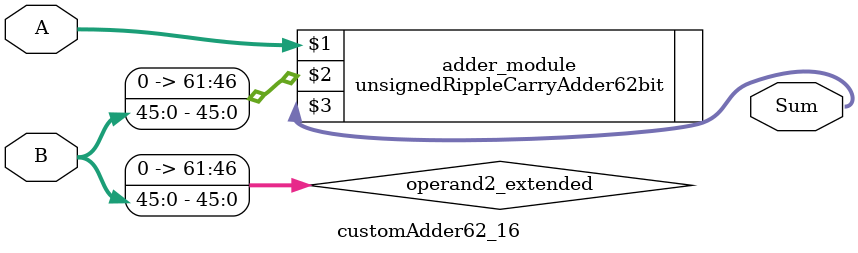
<source format=v>
module customAdder62_16(
                        input [61 : 0] A,
                        input [45 : 0] B,
                        
                        output [62 : 0] Sum
                );

        wire [61 : 0] operand2_extended;
        
        assign operand2_extended =  {16'b0, B};
        
        unsignedRippleCarryAdder62bit adder_module(
            A,
            operand2_extended,
            Sum
        );
        
        endmodule
        
</source>
